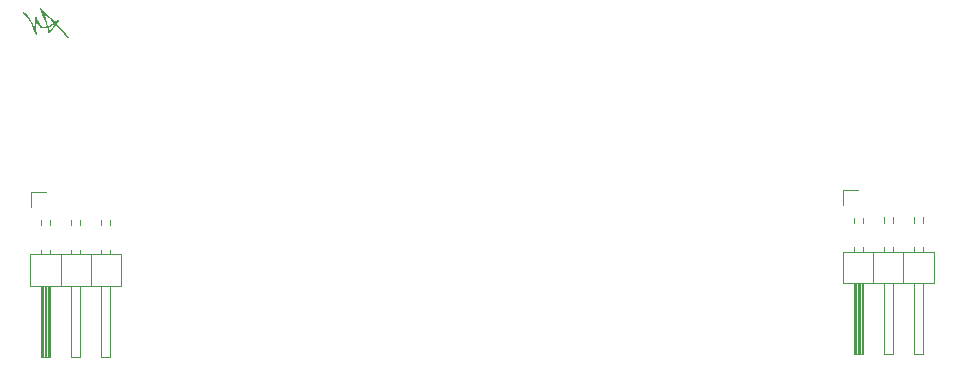
<source format=gbr>
%TF.GenerationSoftware,KiCad,Pcbnew,8.0.0*%
%TF.CreationDate,2024-03-18T00:05:31-07:00*%
%TF.ProjectId,Top_Board,546f705f-426f-4617-9264-2e6b69636164,0*%
%TF.SameCoordinates,Original*%
%TF.FileFunction,Legend,Bot*%
%TF.FilePolarity,Positive*%
%FSLAX46Y46*%
G04 Gerber Fmt 4.6, Leading zero omitted, Abs format (unit mm)*
G04 Created by KiCad (PCBNEW 8.0.0) date 2024-03-18 00:05:31*
%MOMM*%
%LPD*%
G01*
G04 APERTURE LIST*
%ADD10C,0.120000*%
%ADD11C,0.000000*%
G04 APERTURE END LIST*
D10*
%TO.C,J1*%
X114255000Y-100184000D02*
X121995000Y-100184000D01*
X114255000Y-102844000D02*
X114255000Y-100184000D01*
X114315000Y-94934000D02*
X114315000Y-96204000D01*
X115205000Y-97314000D02*
X115205000Y-97701071D01*
X115205000Y-99786929D02*
X115205000Y-100184000D01*
X115205000Y-102844000D02*
X115205000Y-108844000D01*
X115205000Y-108844000D02*
X115965000Y-108844000D01*
X115265000Y-102844000D02*
X115265000Y-108844000D01*
X115385000Y-102844000D02*
X115385000Y-108844000D01*
X115505000Y-102844000D02*
X115505000Y-108844000D01*
X115585000Y-94934000D02*
X114315000Y-94934000D01*
X115625000Y-102844000D02*
X115625000Y-108844000D01*
X115745000Y-102844000D02*
X115745000Y-108844000D01*
X115865000Y-102844000D02*
X115865000Y-108844000D01*
X115965000Y-97314000D02*
X115965000Y-97701071D01*
X115965000Y-99786929D02*
X115965000Y-100184000D01*
X115965000Y-108844000D02*
X115965000Y-102844000D01*
X116855000Y-100184000D02*
X116855000Y-102844000D01*
X117745000Y-97246929D02*
X117745000Y-97701071D01*
X117745000Y-99786929D02*
X117745000Y-100184000D01*
X117745000Y-102844000D02*
X117745000Y-108844000D01*
X117745000Y-108844000D02*
X118505000Y-108844000D01*
X118505000Y-97246929D02*
X118505000Y-97701071D01*
X118505000Y-99786929D02*
X118505000Y-100184000D01*
X118505000Y-108844000D02*
X118505000Y-102844000D01*
X119395000Y-100184000D02*
X119395000Y-102844000D01*
X120285000Y-97246929D02*
X120285000Y-97701071D01*
X120285000Y-99786929D02*
X120285000Y-100184000D01*
X120285000Y-102844000D02*
X120285000Y-108844000D01*
X120285000Y-108844000D02*
X121045000Y-108844000D01*
X121045000Y-97246929D02*
X121045000Y-97701071D01*
X121045000Y-99786929D02*
X121045000Y-100184000D01*
X121045000Y-108844000D02*
X121045000Y-102844000D01*
X121995000Y-100184000D02*
X121995000Y-102844000D01*
X121995000Y-102844000D02*
X114255000Y-102844000D01*
%TO.C,J2*%
X183074000Y-99992000D02*
X190814000Y-99992000D01*
X183074000Y-102652000D02*
X183074000Y-99992000D01*
X183134000Y-94742000D02*
X183134000Y-96012000D01*
X184024000Y-97122000D02*
X184024000Y-97509071D01*
X184024000Y-99594929D02*
X184024000Y-99992000D01*
X184024000Y-102652000D02*
X184024000Y-108652000D01*
X184024000Y-108652000D02*
X184784000Y-108652000D01*
X184084000Y-102652000D02*
X184084000Y-108652000D01*
X184204000Y-102652000D02*
X184204000Y-108652000D01*
X184324000Y-102652000D02*
X184324000Y-108652000D01*
X184404000Y-94742000D02*
X183134000Y-94742000D01*
X184444000Y-102652000D02*
X184444000Y-108652000D01*
X184564000Y-102652000D02*
X184564000Y-108652000D01*
X184684000Y-102652000D02*
X184684000Y-108652000D01*
X184784000Y-97122000D02*
X184784000Y-97509071D01*
X184784000Y-99594929D02*
X184784000Y-99992000D01*
X184784000Y-108652000D02*
X184784000Y-102652000D01*
X185674000Y-99992000D02*
X185674000Y-102652000D01*
X186564000Y-97054929D02*
X186564000Y-97509071D01*
X186564000Y-99594929D02*
X186564000Y-99992000D01*
X186564000Y-102652000D02*
X186564000Y-108652000D01*
X186564000Y-108652000D02*
X187324000Y-108652000D01*
X187324000Y-97054929D02*
X187324000Y-97509071D01*
X187324000Y-99594929D02*
X187324000Y-99992000D01*
X187324000Y-108652000D02*
X187324000Y-102652000D01*
X188214000Y-99992000D02*
X188214000Y-102652000D01*
X189104000Y-97054929D02*
X189104000Y-97509071D01*
X189104000Y-99594929D02*
X189104000Y-99992000D01*
X189104000Y-102652000D02*
X189104000Y-108652000D01*
X189104000Y-108652000D02*
X189864000Y-108652000D01*
X189864000Y-97054929D02*
X189864000Y-97509071D01*
X189864000Y-99594929D02*
X189864000Y-99992000D01*
X189864000Y-108652000D02*
X189864000Y-102652000D01*
X190814000Y-99992000D02*
X190814000Y-102652000D01*
X190814000Y-102652000D02*
X183074000Y-102652000D01*
D11*
%TO.C,G\u002A\u002A\u002A*%
G36*
X116564751Y-80617673D02*
G01*
X116556492Y-80629394D01*
X116525182Y-80679780D01*
X116524174Y-80692009D01*
X116555134Y-80703678D01*
X116618538Y-80755281D01*
X116707209Y-80839802D01*
X116814551Y-80949798D01*
X116933968Y-81077828D01*
X117058864Y-81216449D01*
X117182642Y-81358218D01*
X117298707Y-81495694D01*
X117400462Y-81621435D01*
X117481310Y-81727997D01*
X117534657Y-81807939D01*
X117553905Y-81853819D01*
X117547929Y-81888197D01*
X117516714Y-81898593D01*
X117457531Y-81860164D01*
X117368960Y-81771880D01*
X117249583Y-81632709D01*
X117179011Y-81548193D01*
X117044993Y-81392838D01*
X116902643Y-81232682D01*
X116772914Y-81091513D01*
X116770453Y-81088896D01*
X116670154Y-80981281D01*
X116584946Y-80888033D01*
X116523771Y-80819058D01*
X116495571Y-80784264D01*
X116494634Y-80782709D01*
X116484870Y-80768079D01*
X116473163Y-80764199D01*
X116453766Y-80777433D01*
X116420928Y-80814140D01*
X116368902Y-80880682D01*
X116291938Y-80983421D01*
X116184288Y-81128718D01*
X116164780Y-81154997D01*
X116056534Y-81297041D01*
X115976128Y-81393839D01*
X115918592Y-81450393D01*
X115878957Y-81471700D01*
X115852254Y-81462759D01*
X115850960Y-81461240D01*
X115833126Y-81415320D01*
X115812456Y-81330915D01*
X115792417Y-81227658D01*
X115776476Y-81125184D01*
X115768099Y-81043128D01*
X115770753Y-81001123D01*
X115775813Y-80989050D01*
X115757324Y-80990228D01*
X115731230Y-81003326D01*
X115635121Y-81030533D01*
X115514671Y-81047856D01*
X115395189Y-81052445D01*
X115301989Y-81041455D01*
X115226892Y-81009079D01*
X115200858Y-80989015D01*
X115839831Y-80989015D01*
X115859219Y-81025302D01*
X115883470Y-81069479D01*
X115900650Y-81137075D01*
X115901247Y-81155501D01*
X115914139Y-81196032D01*
X115946246Y-81194307D01*
X116000727Y-81147848D01*
X116080743Y-81054182D01*
X116189452Y-80910833D01*
X116207788Y-80885829D01*
X116288948Y-80774228D01*
X116351407Y-80686812D01*
X116389304Y-80631865D01*
X116396781Y-80617673D01*
X116373701Y-80623783D01*
X116324245Y-80602297D01*
X116307790Y-80589395D01*
X116291543Y-80581154D01*
X116316174Y-80616127D01*
X116326731Y-80631510D01*
X116332187Y-80663835D01*
X116301982Y-80699329D01*
X116227523Y-80751069D01*
X116194089Y-80772008D01*
X116074378Y-80840874D01*
X115958438Y-80900675D01*
X115902714Y-80927924D01*
X115851158Y-80960539D01*
X115839831Y-80989015D01*
X115200858Y-80989015D01*
X115106758Y-80916494D01*
X114988142Y-80780304D01*
X114880568Y-80610252D01*
X114789550Y-80441124D01*
X114786544Y-80656378D01*
X114785382Y-80854037D01*
X114789827Y-81074496D01*
X114801595Y-81250756D01*
X114821145Y-81392543D01*
X114824183Y-81409687D01*
X114834244Y-81519226D01*
X114818610Y-81575729D01*
X114812432Y-81581274D01*
X114774893Y-81584996D01*
X114730812Y-81539502D01*
X114677679Y-81441268D01*
X114612987Y-81286765D01*
X114489786Y-80985058D01*
X114326897Y-80633998D01*
X114164335Y-80337312D01*
X114003171Y-80096735D01*
X113844478Y-79914005D01*
X113689328Y-79790858D01*
X113686170Y-79788921D01*
X113650437Y-79754161D01*
X113667085Y-79717230D01*
X113677013Y-79707835D01*
X113720295Y-79694513D01*
X113790321Y-79715862D01*
X113854537Y-79752076D01*
X113973688Y-79857056D01*
X114102472Y-80011953D01*
X114236726Y-80210925D01*
X114372283Y-80448134D01*
X114504978Y-80717739D01*
X114631539Y-80994354D01*
X114650943Y-80717739D01*
X114659602Y-80596759D01*
X114675746Y-80391777D01*
X114690858Y-80239230D01*
X114706268Y-80133077D01*
X114723304Y-80067279D01*
X114743293Y-80035795D01*
X114767565Y-80032586D01*
X114797449Y-80051611D01*
X114803500Y-80057669D01*
X114836356Y-80118965D01*
X114859251Y-80204921D01*
X114864926Y-80234647D01*
X114910854Y-80376888D01*
X114984303Y-80534278D01*
X115073442Y-80683802D01*
X115166438Y-80802443D01*
X115175464Y-80811851D01*
X115249921Y-80879029D01*
X115317610Y-80910161D01*
X115404345Y-80917758D01*
X115534491Y-80912170D01*
X115633247Y-80896617D01*
X115689904Y-80873352D01*
X115695493Y-80844627D01*
X115693896Y-80842307D01*
X115669706Y-80792665D01*
X115633532Y-80704367D01*
X115592570Y-80594877D01*
X115574790Y-80546692D01*
X115525599Y-80419420D01*
X115461899Y-80259629D01*
X115389972Y-80082995D01*
X115316103Y-79905194D01*
X115251620Y-79749025D01*
X115228281Y-79688678D01*
X115367674Y-79688678D01*
X115576008Y-80216998D01*
X115638799Y-80380596D01*
X115694787Y-80535475D01*
X115737577Y-80663846D01*
X115763818Y-80755640D01*
X115770162Y-80800787D01*
X115763105Y-80831464D01*
X115760683Y-80856107D01*
X115779853Y-80848357D01*
X115840505Y-80817852D01*
X115927052Y-80771971D01*
X116024158Y-80719091D01*
X116116489Y-80667588D01*
X116188711Y-80625837D01*
X116225489Y-80602216D01*
X116229719Y-80597898D01*
X116233128Y-80569835D01*
X116206856Y-80522578D01*
X116145869Y-80448846D01*
X116045134Y-80341361D01*
X116009035Y-80304223D01*
X115873234Y-80167855D01*
X115727105Y-80025015D01*
X115596588Y-79901160D01*
X115367674Y-79688678D01*
X115228281Y-79688678D01*
X115190175Y-79590151D01*
X115152852Y-79476398D01*
X115138176Y-79402127D01*
X115144674Y-79361700D01*
X115170872Y-79349477D01*
X115176614Y-79351235D01*
X115222258Y-79383610D01*
X115303594Y-79452957D01*
X115415267Y-79554270D01*
X115551919Y-79682541D01*
X115708194Y-79832761D01*
X115878736Y-79999923D01*
X116058187Y-80179019D01*
X116174084Y-80294153D01*
X116278867Y-80395010D01*
X116360353Y-80469888D01*
X116412158Y-80512929D01*
X116427899Y-80518276D01*
X116442326Y-80480165D01*
X116491824Y-80424463D01*
X116559503Y-80366584D01*
X116628216Y-80321141D01*
X116680816Y-80302746D01*
X116707836Y-80307926D01*
X116724936Y-80347181D01*
X116695720Y-80424498D01*
X116620335Y-80539301D01*
X116611541Y-80551271D01*
X116598460Y-80569835D01*
X116564751Y-80617673D01*
G37*
%TD*%
M02*

</source>
